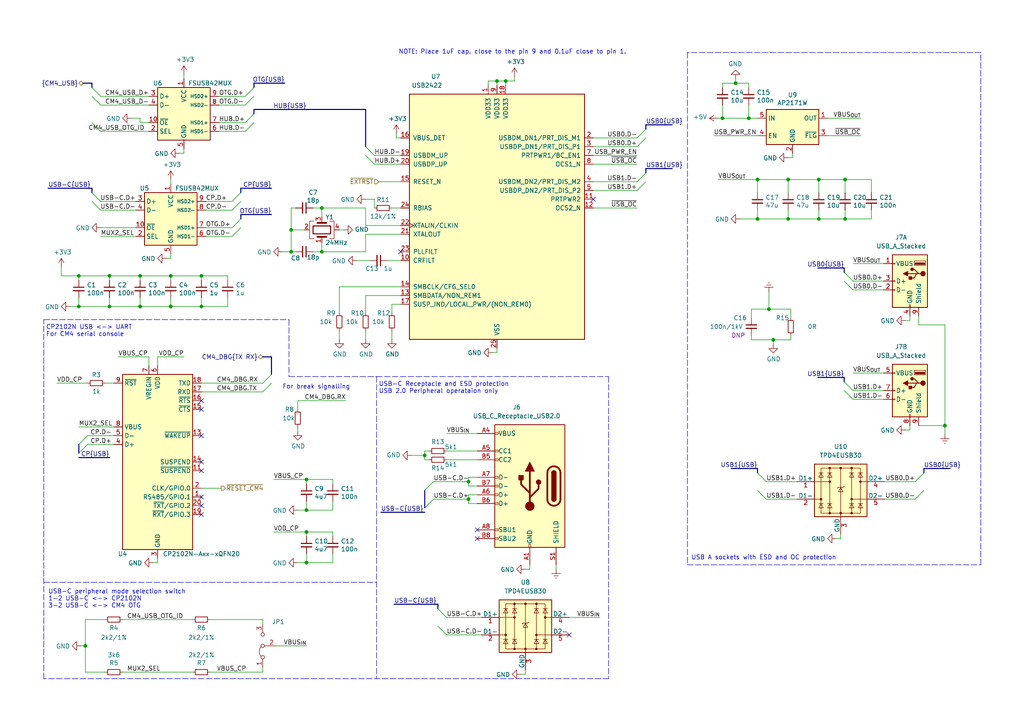
<source format=kicad_sch>
(kicad_sch (version 20210406) (generator eeschema)
  (paper "A4")
  (title_block (title "USB 2.0 host/USB 2.0 device") (date "2021-01-12") (rev "0.1") (company "Nabu Casa") (comment 1 "www.nabucasa.com") (comment 2 "Light Blue"))
  (bus_alias "I2C" (members "SDA" "SCL"))
  (bus_alias "USB" (members "D+" "D-"))
  (bus_alias "CM4_USB" (members "CM4_USB_D+" "CM4_USB_D-" "CM4_USB_OTG_ID"))
  (junction (at 22.86 80.01) (diameter 0.9144))
  (junction (at 22.86 88.9) (diameter 0.9144))
  (junction (at 24.765 187.325) (diameter 0.9144))
  (junction (at 31.75 80.01) (diameter 0.9144))
  (junction (at 31.75 88.9) (diameter 0.9144))
  (junction (at 40.64 80.01) (diameter 0.9144))
  (junction (at 40.64 88.9) (diameter 0.9144))
  (junction (at 49.53 80.01) (diameter 0.9144))
  (junction (at 49.53 88.9) (diameter 0.9144))
  (junction (at 58.42 80.01) (diameter 0.9144))
  (junction (at 58.42 88.9) (diameter 0.9144))
  (junction (at 84.455 66.675) (diameter 0.9144))
  (junction (at 84.455 73.025) (diameter 0.9144))
  (junction (at 88.9 139.065) (diameter 0.9144))
  (junction (at 88.9 147.955) (diameter 0.9144))
  (junction (at 88.9 154.305) (diameter 0.9144))
  (junction (at 88.9 163.195) (diameter 0.9144))
  (junction (at 93.345 60.325) (diameter 0.9144))
  (junction (at 93.345 73.025) (diameter 0.9144))
  (junction (at 123.19 132.08) (diameter 0.9144))
  (junction (at 135.89 139.7) (diameter 0.9144))
  (junction (at 135.89 144.78) (diameter 0.9144))
  (junction (at 144.145 23.495) (diameter 0.9144))
  (junction (at 146.685 23.495) (diameter 0.9144))
  (junction (at 209.55 34.29) (diameter 0.9144))
  (junction (at 213.36 24.13) (diameter 0.9144))
  (junction (at 217.17 34.29) (diameter 0.9144))
  (junction (at 219.71 52.07) (diameter 0.9144))
  (junction (at 219.71 63.5) (diameter 0.9144))
  (junction (at 223.012 89.662) (diameter 0.9144))
  (junction (at 224.282 98.552) (diameter 0.9144))
  (junction (at 228.6 52.07) (diameter 0.9144))
  (junction (at 228.6 63.5) (diameter 0.9144))
  (junction (at 237.49 52.07) (diameter 0.9144))
  (junction (at 237.49 63.5) (diameter 0.9144))
  (junction (at 245.11 52.07) (diameter 0.9144))
  (junction (at 245.11 63.5) (diameter 0.9144))
  (junction (at 274.066 123.444) (diameter 0.9144))
  (no_connect (at 58.42 116.205))
  (no_connect (at 58.42 118.745))
  (no_connect (at 58.42 126.365))
  (no_connect (at 58.42 133.985))
  (no_connect (at 58.42 136.525))
  (no_connect (at 58.42 144.145))
  (no_connect (at 58.42 146.685))
  (no_connect (at 58.42 149.225))
  (no_connect (at 116.205 73.025))
  (no_connect (at 138.43 153.67))
  (no_connect (at 138.43 156.21))
  (no_connect (at 165.1 184.15))
  (no_connect (at 172.085 57.785))
  (bus_entry (at 22.86 128.905) (size 2.54 -2.54) (stroke (width 0.1524)))
  (bus_entry (at 22.86 131.445) (size 2.54 -2.54) (stroke (width 0.1524)))
  (bus_entry (at 26.67 25.4) (size 2.54 2.54) (stroke (width 0.1524)))
  (bus_entry (at 26.67 27.94) (size 2.54 2.54) (stroke (width 0.1524)))
  (bus_entry (at 26.67 35.56) (size 2.54 2.54) (stroke (width 0.1524)))
  (bus_entry (at 26.67 55.88) (size 2.54 2.54) (stroke (width 0.1524)))
  (bus_entry (at 26.67 58.42) (size 2.54 2.54) (stroke (width 0.1524)))
  (bus_entry (at 69.85 55.88) (size -2.54 2.54) (stroke (width 0.1524)))
  (bus_entry (at 69.85 58.42) (size -2.54 2.54) (stroke (width 0.1524)))
  (bus_entry (at 69.85 63.5) (size -2.54 2.54) (stroke (width 0.1524)))
  (bus_entry (at 69.85 66.04) (size -2.54 2.54) (stroke (width 0.1524)))
  (bus_entry (at 73.66 25.4) (size -2.54 2.54) (stroke (width 0.1524)))
  (bus_entry (at 73.66 27.94) (size -2.54 2.54) (stroke (width 0.1524)))
  (bus_entry (at 73.66 33.02) (size -2.54 2.54) (stroke (width 0.1524)))
  (bus_entry (at 73.66 35.56) (size -2.54 2.54) (stroke (width 0.1524)))
  (bus_entry (at 76.2 111.125) (size 2.54 -2.54) (stroke (width 0.1524)))
  (bus_entry (at 76.2 113.665) (size 2.54 -2.54) (stroke (width 0.1524)))
  (bus_entry (at 106.045 42.545) (size 2.54 2.54) (stroke (width 0.1524)))
  (bus_entry (at 106.045 45.085) (size 2.54 2.54) (stroke (width 0.1524)))
  (bus_entry (at 123.19 142.24) (size 2.54 -2.54) (stroke (width 0.1524)))
  (bus_entry (at 123.19 147.32) (size 2.54 -2.54) (stroke (width 0.1524)))
  (bus_entry (at 127 176.53) (size 2.54 2.54) (stroke (width 0.1524)))
  (bus_entry (at 127 181.61) (size 2.54 2.54) (stroke (width 0.1524)))
  (bus_entry (at 184.785 40.005) (size 2.54 -2.54) (stroke (width 0.1524)))
  (bus_entry (at 184.785 42.545) (size 2.54 -2.54) (stroke (width 0.1524)))
  (bus_entry (at 184.785 52.705) (size 2.54 -2.54) (stroke (width 0.1524)))
  (bus_entry (at 184.785 55.245) (size 2.54 -2.54) (stroke (width 0.1524)))
  (bus_entry (at 222.25 139.7) (size -2.54 -2.54) (stroke (width 0.1524)))
  (bus_entry (at 222.25 144.78) (size -2.54 -2.54) (stroke (width 0.1524)))
  (bus_entry (at 247.396 81.534) (size -2.54 -2.54) (stroke (width 0.1524)))
  (bus_entry (at 247.396 84.074) (size -2.54 -2.54) (stroke (width 0.1524)))
  (bus_entry (at 247.396 113.284) (size -2.54 -2.54) (stroke (width 0.1524)))
  (bus_entry (at 247.396 115.824) (size -2.54 -2.54) (stroke (width 0.1524)))
  (bus_entry (at 265.43 139.7) (size 2.54 -2.54) (stroke (width 0.1524)))
  (bus_entry (at 265.43 144.78) (size 2.54 -2.54) (stroke (width 0.1524)))
  (wire (pts (xy 16.51 111.125) (xy 25.4 111.125)))
  (wire (pts (xy 17.78 80.01) (xy 17.78 77.47)))
  (wire (pts (xy 17.78 80.01) (xy 22.86 80.01)))
  (wire (pts (xy 20.32 88.9) (xy 22.86 88.9)))
  (wire (pts (xy 22.86 80.01) (xy 22.86 81.28)))
  (wire (pts (xy 22.86 80.01) (xy 31.75 80.01)))
  (wire (pts (xy 22.86 86.36) (xy 22.86 88.9)))
  (wire (pts (xy 22.86 88.9) (xy 31.75 88.9)))
  (wire (pts (xy 22.86 123.825) (xy 33.02 123.825)))
  (wire (pts (xy 23.495 187.325) (xy 24.765 187.325)))
  (wire (pts (xy 24.765 179.705) (xy 30.48 179.705)))
  (wire (pts (xy 24.765 187.325) (xy 24.765 179.705)))
  (wire (pts (xy 24.765 194.945) (xy 24.765 187.325)))
  (wire (pts (xy 29.21 27.94) (xy 43.18 27.94)))
  (wire (pts (xy 29.21 30.48) (xy 43.18 30.48)))
  (wire (pts (xy 29.21 38.1) (xy 43.18 38.1)))
  (wire (pts (xy 29.21 66.04) (xy 39.37 66.04)))
  (wire (pts (xy 29.21 68.58) (xy 39.37 68.58)))
  (wire (pts (xy 30.48 111.125) (xy 33.02 111.125)))
  (wire (pts (xy 30.48 194.945) (xy 24.765 194.945)))
  (wire (pts (xy 31.75 80.01) (xy 31.75 81.28)))
  (wire (pts (xy 31.75 86.36) (xy 31.75 88.9)))
  (wire (pts (xy 31.75 88.9) (xy 40.64 88.9)))
  (wire (pts (xy 33.02 126.365) (xy 25.4 126.365)))
  (wire (pts (xy 33.02 128.905) (xy 25.4 128.905)))
  (wire (pts (xy 34.29 103.505) (xy 43.18 103.505)))
  (wire (pts (xy 35.56 179.705) (xy 55.88 179.705)))
  (wire (pts (xy 35.56 194.945) (xy 55.88 194.945)))
  (wire (pts (xy 39.37 58.42) (xy 29.21 58.42)))
  (wire (pts (xy 39.37 60.96) (xy 29.21 60.96)))
  (wire (pts (xy 40.64 34.29) (xy 38.1 34.29)))
  (wire (pts (xy 40.64 35.56) (xy 40.64 34.29)))
  (wire (pts (xy 40.64 80.01) (xy 31.75 80.01)))
  (wire (pts (xy 40.64 80.01) (xy 40.64 81.28)))
  (wire (pts (xy 40.64 86.36) (xy 40.64 88.9)))
  (wire (pts (xy 40.64 88.9) (xy 49.53 88.9)))
  (wire (pts (xy 43.18 35.56) (xy 40.64 35.56)))
  (wire (pts (xy 43.18 103.505) (xy 43.18 106.045)))
  (wire (pts (xy 44.45 163.195) (xy 45.72 163.195)))
  (wire (pts (xy 45.72 103.505) (xy 53.34 103.505)))
  (wire (pts (xy 45.72 106.045) (xy 45.72 103.505)))
  (wire (pts (xy 45.72 163.195) (xy 45.72 161.925)))
  (wire (pts (xy 48.26 74.93) (xy 49.53 74.93)))
  (wire (pts (xy 49.53 52.07) (xy 49.53 53.34)))
  (wire (pts (xy 49.53 74.93) (xy 49.53 73.66)))
  (wire (pts (xy 49.53 80.01) (xy 40.64 80.01)))
  (wire (pts (xy 49.53 80.01) (xy 49.53 81.28)))
  (wire (pts (xy 49.53 80.01) (xy 58.42 80.01)))
  (wire (pts (xy 49.53 86.36) (xy 49.53 88.9)))
  (wire (pts (xy 49.53 88.9) (xy 58.42 88.9)))
  (wire (pts (xy 52.07 44.45) (xy 53.34 44.45)))
  (wire (pts (xy 53.34 21.59) (xy 53.34 22.86)))
  (wire (pts (xy 53.34 44.45) (xy 53.34 43.18)))
  (wire (pts (xy 58.42 80.01) (xy 58.42 81.28)))
  (wire (pts (xy 58.42 86.36) (xy 58.42 88.9)))
  (wire (pts (xy 58.42 88.9) (xy 66.04 88.9)))
  (wire (pts (xy 58.42 111.125) (xy 76.2 111.125)))
  (wire (pts (xy 58.42 113.665) (xy 76.2 113.665)))
  (wire (pts (xy 58.42 141.605) (xy 64.135 141.605)))
  (wire (pts (xy 59.69 58.42) (xy 67.31 58.42)))
  (wire (pts (xy 59.69 60.96) (xy 67.31 60.96)))
  (wire (pts (xy 59.69 66.04) (xy 67.31 66.04)))
  (wire (pts (xy 59.69 68.58) (xy 67.31 68.58)))
  (wire (pts (xy 60.96 194.945) (xy 76.2 194.945)))
  (wire (pts (xy 63.5 27.94) (xy 71.12 27.94)))
  (wire (pts (xy 63.5 30.48) (xy 71.12 30.48)))
  (wire (pts (xy 63.5 35.56) (xy 71.12 35.56)))
  (wire (pts (xy 63.5 38.1) (xy 71.12 38.1)))
  (wire (pts (xy 66.04 80.01) (xy 58.42 80.01)))
  (wire (pts (xy 66.04 80.01) (xy 66.04 81.28)))
  (wire (pts (xy 66.04 86.36) (xy 66.04 88.9)))
  (wire (pts (xy 76.2 179.705) (xy 60.96 179.705)))
  (wire (pts (xy 76.2 180.975) (xy 76.2 179.705)))
  (wire (pts (xy 76.2 194.945) (xy 76.2 193.675)))
  (wire (pts (xy 79.375 139.065) (xy 88.9 139.065)))
  (wire (pts (xy 79.375 154.305) (xy 88.9 154.305)))
  (wire (pts (xy 81.915 73.025) (xy 84.455 73.025)))
  (wire (pts (xy 84.455 60.325) (xy 84.455 66.675)))
  (wire (pts (xy 84.455 66.675) (xy 84.455 73.025)))
  (wire (pts (xy 84.455 66.675) (xy 88.265 66.675)))
  (wire (pts (xy 84.455 73.025) (xy 85.725 73.025)))
  (wire (pts (xy 85.725 60.325) (xy 84.455 60.325)))
  (wire (pts (xy 86.36 116.205) (xy 86.36 118.745)))
  (wire (pts (xy 86.36 116.205) (xy 100.33 116.205)))
  (wire (pts (xy 86.36 123.825) (xy 86.36 125.095)))
  (wire (pts (xy 86.36 147.955) (xy 88.9 147.955)))
  (wire (pts (xy 86.36 163.195) (xy 88.9 163.195)))
  (wire (pts (xy 88.9 139.065) (xy 88.9 140.335)))
  (wire (pts (xy 88.9 145.415) (xy 88.9 147.955)))
  (wire (pts (xy 88.9 147.955) (xy 96.52 147.955)))
  (wire (pts (xy 88.9 154.305) (xy 88.9 155.575)))
  (wire (pts (xy 88.9 160.655) (xy 88.9 163.195)))
  (wire (pts (xy 88.9 163.195) (xy 96.52 163.195)))
  (wire (pts (xy 88.9 187.325) (xy 80.01 187.325)))
  (wire (pts (xy 90.805 60.325) (xy 93.345 60.325)))
  (wire (pts (xy 90.805 73.025) (xy 93.345 73.025)))
  (wire (pts (xy 93.345 60.325) (xy 93.345 62.865)))
  (wire (pts (xy 93.345 60.325) (xy 106.045 60.325)))
  (wire (pts (xy 93.345 70.485) (xy 93.345 73.025)))
  (wire (pts (xy 93.345 73.025) (xy 106.045 73.025)))
  (wire (pts (xy 96.52 139.065) (xy 88.9 139.065)))
  (wire (pts (xy 96.52 140.335) (xy 96.52 139.065)))
  (wire (pts (xy 96.52 145.415) (xy 96.52 147.955)))
  (wire (pts (xy 96.52 154.305) (xy 88.9 154.305)))
  (wire (pts (xy 96.52 155.575) (xy 96.52 154.305)))
  (wire (pts (xy 96.52 160.655) (xy 96.52 163.195)))
  (wire (pts (xy 98.425 66.675) (xy 99.695 66.675)))
  (wire (pts (xy 98.425 83.185) (xy 98.425 90.805)))
  (wire (pts (xy 98.425 95.885) (xy 98.425 98.425)))
  (wire (pts (xy 103.505 75.565) (xy 107.315 75.565)))
  (wire (pts (xy 106.045 65.405) (xy 106.045 60.325)))
  (wire (pts (xy 106.045 67.945) (xy 106.045 73.025)))
  (wire (pts (xy 106.045 85.725) (xy 106.045 90.805)))
  (wire (pts (xy 106.045 85.725) (xy 116.205 85.725)))
  (wire (pts (xy 106.045 95.885) (xy 106.045 98.425)))
  (wire (pts (xy 108.585 45.085) (xy 116.205 45.085)))
  (wire (pts (xy 108.585 47.625) (xy 116.205 47.625)))
  (wire (pts (xy 108.585 57.785) (xy 106.045 57.785)))
  (wire (pts (xy 108.585 60.325) (xy 108.585 57.785)))
  (wire (pts (xy 109.855 52.705) (xy 116.205 52.705)))
  (wire (pts (xy 112.395 75.565) (xy 116.205 75.565)))
  (wire (pts (xy 113.665 60.325) (xy 116.205 60.325)))
  (wire (pts (xy 113.665 88.265) (xy 113.665 90.805)))
  (wire (pts (xy 113.665 95.885) (xy 113.665 98.425)))
  (wire (pts (xy 114.935 38.735) (xy 114.935 40.005)))
  (wire (pts (xy 116.205 40.005) (xy 114.935 40.005)))
  (wire (pts (xy 116.205 65.405) (xy 106.045 65.405)))
  (wire (pts (xy 116.205 67.945) (xy 106.045 67.945)))
  (wire (pts (xy 116.205 83.185) (xy 98.425 83.185)))
  (wire (pts (xy 116.205 88.265) (xy 113.665 88.265)))
  (wire (pts (xy 119.38 132.08) (xy 123.19 132.08)))
  (wire (pts (xy 123.19 130.81) (xy 123.19 132.08)))
  (wire (pts (xy 123.19 132.08) (xy 123.19 133.35)))
  (wire (pts (xy 123.19 133.35) (xy 124.46 133.35)))
  (wire (pts (xy 124.46 130.81) (xy 123.19 130.81)))
  (wire (pts (xy 125.73 139.7) (xy 135.89 139.7)))
  (wire (pts (xy 125.73 144.78) (xy 135.89 144.78)))
  (wire (pts (xy 129.54 125.73) (xy 138.43 125.73)))
  (wire (pts (xy 129.54 130.81) (xy 138.43 130.81)))
  (wire (pts (xy 129.54 133.35) (xy 138.43 133.35)))
  (wire (pts (xy 129.54 179.07) (xy 139.7 179.07)))
  (wire (pts (xy 129.54 184.15) (xy 139.7 184.15)))
  (wire (pts (xy 135.89 139.7) (xy 135.89 138.43)))
  (wire (pts (xy 135.89 140.97) (xy 135.89 139.7)))
  (wire (pts (xy 135.89 140.97) (xy 138.43 140.97)))
  (wire (pts (xy 135.89 144.78) (xy 135.89 143.51)))
  (wire (pts (xy 135.89 146.05) (xy 135.89 144.78)))
  (wire (pts (xy 135.89 146.05) (xy 138.43 146.05)))
  (wire (pts (xy 138.43 138.43) (xy 135.89 138.43)))
  (wire (pts (xy 138.43 143.51) (xy 135.89 143.51)))
  (wire (pts (xy 141.605 23.495) (xy 144.145 23.495)))
  (wire (pts (xy 141.605 24.765) (xy 141.605 23.495)))
  (wire (pts (xy 142.875 102.235) (xy 144.145 102.235)))
  (wire (pts (xy 144.145 23.495) (xy 144.145 24.765)))
  (wire (pts (xy 144.145 23.495) (xy 146.685 23.495)))
  (wire (pts (xy 144.145 102.235) (xy 144.145 100.965)))
  (wire (pts (xy 146.685 23.495) (xy 146.685 24.765)))
  (wire (pts (xy 146.685 23.495) (xy 149.225 23.495)))
  (wire (pts (xy 149.225 22.225) (xy 149.225 23.495)))
  (wire (pts (xy 151.13 195.58) (xy 152.4 195.58)))
  (wire (pts (xy 152.4 165.1) (xy 153.67 165.1)))
  (wire (pts (xy 152.4 195.58) (xy 152.4 194.31)))
  (wire (pts (xy 153.67 165.1) (xy 153.67 163.83)))
  (wire (pts (xy 161.29 163.83) (xy 161.29 165.1)))
  (wire (pts (xy 172.085 40.005) (xy 184.785 40.005)))
  (wire (pts (xy 172.085 42.545) (xy 184.785 42.545)))
  (wire (pts (xy 172.085 45.085) (xy 184.785 45.085)))
  (wire (pts (xy 172.085 47.625) (xy 184.785 47.625)))
  (wire (pts (xy 172.085 52.705) (xy 184.785 52.705)))
  (wire (pts (xy 172.085 55.245) (xy 184.785 55.245)))
  (wire (pts (xy 172.085 60.325) (xy 184.785 60.325)))
  (wire (pts (xy 173.99 179.07) (xy 165.1 179.07)))
  (wire (pts (xy 208.28 34.29) (xy 209.55 34.29)))
  (wire (pts (xy 208.28 52.07) (xy 219.71 52.07)))
  (wire (pts (xy 209.55 24.13) (xy 209.55 25.4)))
  (wire (pts (xy 209.55 30.48) (xy 209.55 34.29)))
  (wire (pts (xy 209.55 34.29) (xy 217.17 34.29)))
  (wire (pts (xy 213.36 22.86) (xy 213.36 24.13)))
  (wire (pts (xy 213.36 24.13) (xy 209.55 24.13)))
  (wire (pts (xy 214.63 63.5) (xy 219.71 63.5)))
  (wire (pts (xy 217.17 24.13) (xy 213.36 24.13)))
  (wire (pts (xy 217.17 25.4) (xy 217.17 24.13)))
  (wire (pts (xy 217.17 30.48) (xy 217.17 34.29)))
  (wire (pts (xy 217.17 34.29) (xy 219.71 34.29)))
  (wire (pts (xy 217.932 89.662) (xy 217.932 92.202)))
  (wire (pts (xy 217.932 97.282) (xy 217.932 98.552)))
  (wire (pts (xy 217.932 98.552) (xy 224.282 98.552)))
  (wire (pts (xy 219.71 39.37) (xy 207.01 39.37)))
  (wire (pts (xy 219.71 52.07) (xy 219.71 55.88)))
  (wire (pts (xy 219.71 52.07) (xy 228.6 52.07)))
  (wire (pts (xy 219.71 60.96) (xy 219.71 63.5)))
  (wire (pts (xy 219.71 63.5) (xy 228.6 63.5)))
  (wire (pts (xy 222.25 139.7) (xy 231.14 139.7)))
  (wire (pts (xy 222.25 144.78) (xy 231.14 144.78)))
  (wire (pts (xy 223.012 84.582) (xy 223.012 89.662)))
  (wire (pts (xy 223.012 89.662) (xy 217.932 89.662)))
  (wire (pts (xy 224.282 98.552) (xy 224.282 99.822)))
  (wire (pts (xy 224.282 98.552) (xy 229.362 98.552)))
  (wire (pts (xy 228.6 45.72) (xy 229.87 45.72)))
  (wire (pts (xy 228.6 52.07) (xy 228.6 55.88)))
  (wire (pts (xy 228.6 52.07) (xy 237.49 52.07)))
  (wire (pts (xy 228.6 60.96) (xy 228.6 63.5)))
  (wire (pts (xy 228.6 63.5) (xy 237.49 63.5)))
  (wire (pts (xy 229.362 89.662) (xy 223.012 89.662)))
  (wire (pts (xy 229.362 92.202) (xy 229.362 89.662)))
  (wire (pts (xy 229.362 98.552) (xy 229.362 97.282)))
  (wire (pts (xy 229.87 45.72) (xy 229.87 44.45)))
  (wire (pts (xy 237.49 52.07) (xy 237.49 55.88)))
  (wire (pts (xy 237.49 52.07) (xy 245.11 52.07)))
  (wire (pts (xy 237.49 60.96) (xy 237.49 63.5)))
  (wire (pts (xy 237.49 63.5) (xy 245.11 63.5)))
  (wire (pts (xy 240.03 34.29) (xy 249.682 34.29)))
  (wire (pts (xy 240.03 39.37) (xy 249.682 39.37)))
  (wire (pts (xy 242.57 156.21) (xy 243.84 156.21)))
  (wire (pts (xy 243.84 156.21) (xy 243.84 154.94)))
  (wire (pts (xy 245.11 52.07) (xy 245.11 55.88)))
  (wire (pts (xy 245.11 60.96) (xy 245.11 63.5)))
  (wire (pts (xy 245.11 63.5) (xy 252.73 63.5)))
  (wire (pts (xy 247.396 76.454) (xy 256.286 76.454)))
  (wire (pts (xy 247.396 81.534) (xy 256.286 81.534)))
  (wire (pts (xy 247.396 84.074) (xy 256.286 84.074)))
  (wire (pts (xy 247.396 108.204) (xy 256.286 108.204)))
  (wire (pts (xy 247.396 113.284) (xy 256.286 113.284)))
  (wire (pts (xy 247.396 115.824) (xy 256.286 115.824)))
  (wire (pts (xy 252.73 52.07) (xy 245.11 52.07)))
  (wire (pts (xy 252.73 55.88) (xy 252.73 52.07)))
  (wire (pts (xy 252.73 63.5) (xy 252.73 60.96)))
  (wire (pts (xy 262.636 92.964) (xy 263.906 92.964)))
  (wire (pts (xy 262.636 124.714) (xy 263.906 124.714)))
  (wire (pts (xy 263.906 92.964) (xy 263.906 91.694)))
  (wire (pts (xy 263.906 124.714) (xy 263.906 123.444)))
  (wire (pts (xy 265.43 139.7) (xy 256.54 139.7)))
  (wire (pts (xy 265.43 144.78) (xy 256.54 144.78)))
  (wire (pts (xy 266.446 91.694) (xy 266.446 94.234)))
  (wire (pts (xy 266.446 94.234) (xy 274.066 94.234)))
  (wire (pts (xy 266.446 123.444) (xy 274.066 123.444)))
  (wire (pts (xy 274.066 94.234) (xy 274.066 123.444)))
  (wire (pts (xy 274.066 123.444) (xy 274.066 125.984)))
  (bus (pts (xy 22.86 128.905) (xy 22.86 132.715)))
  (bus (pts (xy 22.86 132.715) (xy 31.75 132.715)))
  (bus (pts (xy 24.13 24.13) (xy 26.67 24.13)))
  (bus (pts (xy 26.67 24.13) (xy 26.67 35.56)))
  (bus (pts (xy 26.67 54.61) (xy 13.97 54.61)))
  (bus (pts (xy 26.67 54.61) (xy 26.67 58.42)))
  (bus (pts (xy 69.85 54.61) (xy 69.85 58.42)))
  (bus (pts (xy 69.85 54.61) (xy 78.74 54.61)))
  (bus (pts (xy 69.85 62.23) (xy 69.85 66.04)))
  (bus (pts (xy 69.85 62.23) (xy 78.74 62.23)))
  (bus (pts (xy 73.66 24.13) (xy 73.66 27.94)))
  (bus (pts (xy 73.66 24.13) (xy 82.55 24.13)))
  (bus (pts (xy 73.66 31.75) (xy 73.66 35.56)))
  (bus (pts (xy 73.66 31.75) (xy 106.045 31.75)))
  (bus (pts (xy 78.74 103.505) (xy 76.2 103.505)))
  (bus (pts (xy 78.74 103.505) (xy 78.74 111.125)))
  (bus (pts (xy 106.045 31.75) (xy 106.045 45.085)))
  (bus (pts (xy 123.19 142.24) (xy 123.19 148.59)))
  (bus (pts (xy 123.19 148.59) (xy 110.49 148.59)))
  (bus (pts (xy 127 175.26) (xy 114.3 175.26)))
  (bus (pts (xy 127 175.26) (xy 127 181.61)))
  (bus (pts (xy 187.325 36.195) (xy 187.325 40.005)))
  (bus (pts (xy 187.325 36.195) (xy 194.945 36.195)))
  (bus (pts (xy 187.325 48.895) (xy 187.325 52.705)))
  (bus (pts (xy 187.325 48.895) (xy 194.945 48.895)))
  (bus (pts (xy 219.71 135.89) (xy 212.09 135.89)))
  (bus (pts (xy 219.71 135.89) (xy 219.71 142.24)))
  (bus (pts (xy 244.856 77.724) (xy 237.236 77.724)))
  (bus (pts (xy 244.856 77.724) (xy 244.856 81.534)))
  (bus (pts (xy 244.856 109.474) (xy 237.236 109.474)))
  (bus (pts (xy 244.856 109.474) (xy 244.856 113.284)))
  (bus (pts (xy 267.97 135.89) (xy 267.97 142.24)))
  (bus (pts (xy 267.97 135.89) (xy 275.59 135.89)))
  (polyline (pts (xy 12.7 92.71) (xy 83.82 92.71)) (stroke (width 0) (type dash)))
  (polyline (pts (xy 12.7 168.91) (xy 109.22 168.91)) (stroke (width 0) (type dash)))
  (polyline (pts (xy 12.7 196.85) (xy 12.7 92.71)) (stroke (width 0) (type dash)))
  (polyline (pts (xy 83.82 92.71) (xy 83.82 109.22)) (stroke (width 0) (type dash)))
  (polyline (pts (xy 83.82 109.22) (xy 109.22 109.22)) (stroke (width 0) (type dash)))
  (polyline (pts (xy 88.9 196.85) (xy 12.7 196.85)) (stroke (width 0) (type dash)))
  (polyline (pts (xy 109.22 109.22) (xy 109.22 196.85)) (stroke (width 0) (type dash)))
  (polyline (pts (xy 109.22 109.22) (xy 176.53 109.22)) (stroke (width 0) (type dash)))
  (polyline (pts (xy 176.53 109.22) (xy 176.53 196.85)) (stroke (width 0) (type dash)))
  (polyline (pts (xy 176.53 196.85) (xy 88.9 196.85)) (stroke (width 0) (type dash)))
  (polyline (pts (xy 199.39 15.24) (xy 199.39 163.83)) (stroke (width 0) (type dash)))
  (polyline (pts (xy 199.39 163.83) (xy 284.48 163.83)) (stroke (width 0) (type dash)))
  (polyline (pts (xy 284.48 15.24) (xy 199.39 15.24)) (stroke (width 0) (type dash)))
  (polyline (pts (xy 284.48 163.83) (xy 284.48 15.24)) (stroke (width 0) (type dash)))
  (text "CP2102N USB <-> UART\nFor CM4 serial console" (at 13.335 97.79 0) (effects (font (size 1.27 1.27)) (justify left bottom)))
  (text "USB-C peripheral mode selection switch\n1-2 USB-C <-> CP2102N\n3-2 USB-C <-> CM4 OTG" (at 13.97 176.53 0) (effects (font (size 1.27 1.27)) (justify left bottom)))
  (text "For break signalling" (at 81.915 113.03 0) (effects (font (size 1.27 1.27)) (justify left bottom)))
  (text "USB-C Receptacle and ESD protection\nUSB 2.0 Peripheral operataion only" (at 109.855 114.3 0) (effects (font (size 1.27 1.27)) (justify left bottom)))
  (text "NOTE: Place 1uF cap. close to the pin 9 and 0.1uF close to pin 1." (at 115.57 15.875 0) (effects (font (size 1.27 1.27)) (justify left bottom)))
  (text "USB A sockets with ESD and OC protection" (at 242.57 162.56 180) (effects (font (size 1.27 1.27)) (justify right bottom)))
  (label "USB-C{USB}" (at 13.97 54.61 0))
  (label "VDD_CP" (at 16.51 111.125 0))
  (label "MUX2_SEL" (at 22.86 123.825 0))
  (label "MUX2_SEL" (at 29.21 68.58 0))
  (label "CM4_USB_D+" (at 30.48 27.94 0))
  (label "CM4_USB_D-" (at 30.48 30.48 0))
  (label "CP{USB}" (at 31.75 132.715 180))
  (label "CP.D-" (at 32.385 126.365 180))
  (label "CP.D+" (at 32.385 128.905 180))
  (label "VBUS_CP" (at 34.29 103.505 0))
  (label "CM4_USB_OTG_ID" (at 36.83 179.705 0))
  (label "MUX2_SEL" (at 36.83 194.945 0))
  (label "USB-C.D+" (at 39.37 58.42 180))
  (label "USB-C.D-" (at 39.37 60.96 180))
  (label "CM4_USB_OTG_ID" (at 41.91 38.1 180))
  (label "VDD_CP" (at 53.34 103.505 180))
  (label "CP.D+" (at 59.69 58.42 0))
  (label "CP.D-" (at 59.69 60.96 0))
  (label "OTG.D+" (at 59.69 66.04 0))
  (label "OTG.D-" (at 59.69 68.58 0))
  (label "CM4_DBG.RX" (at 62.865 111.125 0))
  (label "CM4_DBG.TX" (at 62.865 113.665 0))
  (label "VBUS_CP" (at 62.865 194.945 0))
  (label "OTG.D+" (at 63.5 27.94 0))
  (label "OTG.D-" (at 63.5 30.48 0))
  (label "HUB.D+" (at 63.5 35.56 0))
  (label "HUB.D-" (at 63.5 38.1 0))
  (label "CP{USB}" (at 78.74 54.61 180))
  (label "OTG{USB}" (at 78.74 62.23 180))
  (label "VBUS_CP" (at 79.375 139.065 0))
  (label "VDD_CP" (at 79.375 154.305 0))
  (label "OTG{USB}" (at 82.55 24.13 180))
  (label "HUB{USB}" (at 88.9 31.75 180))
  (label "VBUS_{IN}" (at 88.9 187.325 180))
  (label "CM4_DBG.RX" (at 100.33 116.205 180))
  (label "HUB.D-" (at 108.585 45.085 0))
  (label "HUB.D+" (at 108.585 47.625 0))
  (label "USB-C{USB}" (at 110.49 148.59 0))
  (label "USB-C{USB}" (at 114.3 175.26 0))
  (label "USB-C.D-" (at 125.73 139.7 0))
  (label "USB-C.D+" (at 125.73 144.78 0))
  (label "VBUS_{IN}" (at 129.54 125.73 0))
  (label "USB-C.D+" (at 129.54 179.07 0))
  (label "USB-C.D-" (at 129.54 184.15 0))
  (label "VBUS_{IN}" (at 173.99 179.07 180))
  (label "USB0.D-" (at 184.785 40.005 180))
  (label "USB0.D+" (at 184.785 42.545 180))
  (label "USB_PWR_EN" (at 184.785 45.085 180))
  (label "~USB_OC" (at 184.785 47.625 180))
  (label "USB1.D-" (at 184.785 52.705 180))
  (label "USB1.D+" (at 184.785 55.245 180))
  (label "~USB_OC" (at 184.785 60.325 180))
  (label "USB0{USB}" (at 187.325 36.195 0))
  (label "USB1{USB}" (at 187.325 48.895 0))
  (label "USB_PWR_EN" (at 207.01 39.37 0))
  (label "VBUS_{OUT}" (at 208.28 52.07 0))
  (label "USB1{USB}" (at 219.71 135.89 180))
  (label "USB1.D+" (at 222.25 139.7 0))
  (label "USB1.D-" (at 222.25 144.78 0))
  (label "USB0{USB}" (at 244.856 77.724 180))
  (label "USB1{USB}" (at 244.856 109.474 180))
  (label "VBUS_{OUT}" (at 247.396 76.454 0))
  (label "USB0.D+" (at 247.396 81.534 0))
  (label "USB0.D-" (at 247.396 84.074 0))
  (label "VBUS_{OUT}" (at 247.396 108.204 0))
  (label "USB1.D+" (at 247.396 113.284 0))
  (label "USB1.D-" (at 247.396 115.824 0))
  (label "VBUS_{OUT}" (at 249.682 34.29 180))
  (label "~USB_OC" (at 249.682 39.37 180))
  (label "USB0.D+" (at 265.43 139.7 180))
  (label "USB0.D-" (at 265.43 144.78 180))
  (label "USB0{USB}" (at 267.97 135.89 0))
  (hierarchical_label "{CM4_USB}" (shape bidirectional) (at 24.13 24.13 180))
  (hierarchical_label "~RESET_CM4" (shape output) (at 64.135 141.605 0))
  (hierarchical_label "CM4_DBG{TX RX}" (shape bidirectional) (at 76.2 103.505 180))
  (hierarchical_label "~EXTRST" (shape input) (at 109.855 52.705 180))
  (symbol (lib_id "power:+3V3") (at 17.78 77.47 0) (unit 1)
    (property "Reference" "#PWR018" (effects hide))
    (property "Value" "+3V3" (at 18.1483 73.1456 0))
  )
  (symbol (lib_id "power:+3V3") (at 49.53 52.07 0) (unit 1)
    (property "Reference" "#PWR025" (effects hide))
    (property "Value" "+3V3" (at 49.8983 47.7456 0))
  )
  (symbol (lib_id "power:+3V3") (at 53.34 21.59 0) (unit 1)
    (property "Reference" "#PWR027" (effects hide))
    (property "Value" "+3V3" (at 53.7083 17.2656 0))
  )
  (symbol (lib_id "power:+3V3") (at 114.935 38.735 0) (unit 1)
    (property "Reference" "#PWR038" (effects hide))
    (property "Value" "+3V3" (at 115.3033 34.4106 0))
  )
  (symbol (lib_id "power:+3V3") (at 149.225 22.225 0) (unit 1)
    (property "Reference" "#PWR041" (effects hide))
    (property "Value" "+3V3" (at 149.5933 17.9006 0))
  )
  (symbol (lib_id "power:+5V") (at 208.28 34.29 90) (unit 1)
    (property "Reference" "#PWR045" (effects hide))
    (property "Value" "+5V" (at 205.105 33.9217 90) (effects (justify left)))
  )
  (symbol (lib_id "power:GND") (at 20.32 88.9 270) (unit 1)
    (property "Reference" "#PWR019" (effects hide))
    (property "Value" "GND" (at 17.145 89.0143 90) (effects (justify right)))
  )
  (symbol (lib_id "power:GND") (at 23.495 187.325 270) (unit 1)
    (property "Reference" "#PWR020" (effects hide))
    (property "Value" "GND" (at 20.32 187.4393 90) (effects (justify right)))
  )
  (symbol (lib_id "power:GND") (at 29.21 66.04 270) (unit 1)
    (property "Reference" "#PWR021" (effects hide))
    (property "Value" "GND" (at 26.035 66.1543 90) (effects (justify right)))
  )
  (symbol (lib_id "power:GND") (at 38.1 34.29 270) (unit 1)
    (property "Reference" "#PWR022" (effects hide))
    (property "Value" "GND" (at 34.925 34.4043 90) (effects (justify right)))
  )
  (symbol (lib_id "power:GND") (at 44.45 163.195 270) (unit 1)
    (property "Reference" "#PWR023" (effects hide))
    (property "Value" "GND" (at 41.275 163.3093 90) (effects (justify right)))
  )
  (symbol (lib_id "power:GND") (at 48.26 74.93 270) (unit 1)
    (property "Reference" "#PWR024" (effects hide))
    (property "Value" "GND" (at 45.085 75.0443 90) (effects (justify right)))
  )
  (symbol (lib_id "power:GND") (at 52.07 44.45 270) (unit 1)
    (property "Reference" "#PWR026" (effects hide))
    (property "Value" "GND" (at 48.895 44.5643 90) (effects (justify right)))
  )
  (symbol (lib_id "power:GND") (at 81.915 73.025 270) (unit 1)
    (property "Reference" "#PWR028" (effects hide))
    (property "Value" "GND" (at 78.74 73.1393 90) (effects (justify right)))
  )
  (symbol (lib_id "power:GND") (at 86.36 125.095 0) (unit 1)
    (property "Reference" "#PWR029" (effects hide))
    (property "Value" "GND" (at 86.4743 129.4194 0))
  )
  (symbol (lib_id "power:GND") (at 86.36 147.955 270) (unit 1)
    (property "Reference" "#PWR030" (effects hide))
    (property "Value" "GND" (at 83.185 148.0693 90) (effects (justify right)))
  )
  (symbol (lib_id "power:GND") (at 86.36 163.195 270) (unit 1)
    (property "Reference" "#PWR031" (effects hide))
    (property "Value" "GND" (at 83.185 163.3093 90) (effects (justify right)))
  )
  (symbol (lib_id "power:GND") (at 98.425 98.425 0) (unit 1)
    (property "Reference" "#PWR032" (effects hide))
    (property "Value" "GND" (at 98.5393 102.7494 0))
  )
  (symbol (lib_id "power:GND") (at 99.695 66.675 90) (unit 1)
    (property "Reference" "#PWR033" (effects hide))
    (property "Value" "GND" (at 102.8701 66.5607 90) (effects (justify right)))
  )
  (symbol (lib_id "power:GND") (at 103.505 75.565 270) (unit 1)
    (property "Reference" "#PWR034" (effects hide))
    (property "Value" "GND" (at 100.33 75.6793 90) (effects (justify right)))
  )
  (symbol (lib_id "power:GND") (at 106.045 57.785 270) (unit 1)
    (property "Reference" "#PWR035" (effects hide))
    (property "Value" "GND" (at 102.87 57.8993 90) (effects (justify right)))
  )
  (symbol (lib_id "power:GND") (at 106.045 98.425 0) (unit 1)
    (property "Reference" "#PWR036" (effects hide))
    (property "Value" "GND" (at 106.1593 102.7494 0))
  )
  (symbol (lib_id "power:GND") (at 113.665 98.425 0) (unit 1)
    (property "Reference" "#PWR037" (effects hide))
    (property "Value" "GND" (at 113.7793 102.7494 0))
  )
  (symbol (lib_id "power:GND") (at 119.38 132.08 270) (mirror x) (unit 1)
    (property "Reference" "#PWR039" (effects hide))
    (property "Value" "GND" (at 116.205 131.9657 90) (effects (justify right)))
  )
  (symbol (lib_id "power:GND") (at 142.875 102.235 270) (unit 1)
    (property "Reference" "#PWR040" (effects hide))
    (property "Value" "GND" (at 139.7 102.3493 90) (effects (justify right)))
  )
  (symbol (lib_id "power:GND") (at 151.13 195.58 270) (unit 1)
    (property "Reference" "#PWR042" (effects hide))
    (property "Value" "GND" (at 147.955 195.6943 90) (effects (justify right)))
  )
  (symbol (lib_id "power:GND") (at 152.4 165.1 270) (unit 1)
    (property "Reference" "#PWR043" (effects hide))
    (property "Value" "GND" (at 149.225 165.2143 90) (effects (justify right)))
  )
  (symbol (lib_id "power:Earth") (at 161.29 165.1 0) (unit 1)
    (property "Reference" "#PWR044" (effects hide))
    (property "Value" "Earth" (effects hide))
  )
  (symbol (lib_id "power:GND") (at 213.36 22.86 180) (unit 1)
    (property "Reference" "#PWR046" (effects hide))
    (property "Value" "GND" (at 213.2457 18.5356 0))
  )
  (symbol (lib_id "power:GND") (at 214.63 63.5 270) (unit 1)
    (property "Reference" "#PWR047" (effects hide))
    (property "Value" "GND" (at 211.455 63.6143 90) (effects (justify right)))
  )
  (symbol (lib_id "power:Earth") (at 223.012 84.582 180) (unit 1)
    (property "Reference" "#PWR048" (effects hide))
    (property "Value" "Earth" (effects hide))
  )
  (symbol (lib_id "power:GND") (at 224.282 99.822 0) (unit 1)
    (property "Reference" "#PWR049" (effects hide))
    (property "Value" "GND" (at 224.3963 104.1464 0))
  )
  (symbol (lib_id "power:GND") (at 228.6 45.72 270) (unit 1)
    (property "Reference" "#PWR050" (effects hide))
    (property "Value" "GND" (at 225.425 45.8343 90) (effects (justify right)))
  )
  (symbol (lib_id "power:GND") (at 242.57 156.21 270) (unit 1)
    (property "Reference" "#PWR051" (effects hide))
    (property "Value" "GND" (at 239.395 156.3243 90) (effects (justify right)))
  )
  (symbol (lib_id "power:GND") (at 262.636 92.964 270) (unit 1)
    (property "Reference" "#PWR052" (effects hide))
    (property "Value" "GND" (at 259.461 93.0783 90) (effects (justify right)))
  )
  (symbol (lib_id "power:GND") (at 262.636 124.714 270) (unit 1)
    (property "Reference" "#PWR053" (effects hide))
    (property "Value" "GND" (at 259.461 124.8283 90) (effects (justify right)))
  )
  (symbol (lib_id "power:Earth") (at 274.066 125.984 0) (unit 1)
    (property "Reference" "#PWR054" (effects hide))
    (property "Value" "Earth" (effects hide))
  )
  (symbol (lib_id "Device:R_Small") (at 27.94 111.125 90) (unit 1)
    (property "Reference" "R3" (at 27.94 108.7182 90))
    (property "Value" "1k" (at 27.94 113.557 90))
    (property "Footprint" "Resistor_SMD:R_0402_1005Metric" (effects hide))
  )
  (symbol (lib_id "Device:R_Small") (at 33.02 179.705 270) (unit 1)
    (property "Reference" "R4" (at 33.02 182.1118 90))
    (property "Value" "2k2/1%" (at 33.02 184.893 90))
    (property "Footprint" "Resistor_SMD:R_0402_1005Metric" (effects hide))
  )
  (symbol (lib_id "Device:R_Small") (at 33.02 194.945 270) (unit 1)
    (property "Reference" "R5" (at 33.02 192.2718 90))
    (property "Value" "3k6" (at 33.02 189.973 90))
    (property "Footprint" "Resistor_SMD:R_0402_1005Metric" (effects hide))
  )
  (symbol (lib_id "Device:R_Small") (at 58.42 179.705 270) (unit 1)
    (property "Reference" "R6" (at 58.42 182.1118 90))
    (property "Value" "2k2/1%" (at 58.42 184.893 90))
    (property "Footprint" "Resistor_SMD:R_0402_1005Metric" (effects hide))
  )
  (symbol (lib_id "Device:R_Small") (at 58.42 194.945 270) (unit 1)
    (property "Reference" "R7" (at 58.42 192.2718 90))
    (property "Value" "2k2/1%" (at 58.42 189.973 90))
    (property "Footprint" "Resistor_SMD:R_0402_1005Metric" (effects hide))
  )
  (symbol (lib_id "Device:R_Small") (at 86.36 121.285 180) (unit 1)
    (property "Reference" "R8" (at 83.9532 118.745 0))
    (property "Value" "10k" (at 83.712 121.285 0))
    (property "Footprint" "Resistor_SMD:R_0402_1005Metric" (effects hide))
  )
  (symbol (lib_id "Device:R_Small") (at 98.425 93.345 180) (unit 1)
    (property "Reference" "R9" (at 96.0182 90.805 0))
    (property "Value" "10k" (at 94.507 93.345 0))
    (property "Footprint" "Resistor_SMD:R_0402_1005Metric" (effects hide))
  )
  (symbol (lib_id "Device:R_Small") (at 106.045 93.345 180) (unit 1)
    (property "Reference" "R10" (at 103.6382 90.805 0))
    (property "Value" "10k" (at 102.127 93.345 0))
    (property "Footprint" "Resistor_SMD:R_0402_1005Metric" (effects hide))
  )
  (symbol (lib_id "Device:R_Small") (at 111.125 60.325 90) (unit 1)
    (property "Reference" "R11" (at 111.125 57.9182 90))
    (property "Value" "12k/1%" (at 111.125 62.757 90))
    (property "Footprint" "Resistor_SMD:R_0402_1005Metric" (effects hide))
  )
  (symbol (lib_id "Device:R_Small") (at 113.665 93.345 180) (unit 1)
    (property "Reference" "R12" (at 111.2582 90.805 0))
    (property "Value" "10k" (at 109.747 93.345 0))
    (property "Footprint" "Resistor_SMD:R_0402_1005Metric" (effects hide))
  )
  (symbol (lib_id "Device:R_Small") (at 127 130.81 90) (mirror x) (unit 1)
    (property "Reference" "R13" (at 127 128.1368 90))
    (property "Value" "5k1" (at 130.81 129.648 90))
    (property "Footprint" "Resistor_SMD:R_0402_1005Metric" (effects hide))
  )
  (symbol (lib_id "Device:R_Small") (at 127 133.35 90) (mirror x) (unit 1)
    (property "Reference" "R14" (at 127 135.7568 90))
    (property "Value" "5k1" (at 130.81 134.728 90))
    (property "Footprint" "Resistor_SMD:R_0402_1005Metric" (effects hide))
  )
  (symbol (lib_id "Device:R_Small") (at 229.362 94.742 180) (unit 1)
    (property "Reference" "R15" (at 226.9552 92.202 0))
    (property "Value" "0R" (at 235.604 94.742 0))
    (property "Footprint" "Resistor_SMD:R_1206_3216Metric" (effects hide))
  )
  (symbol (lib_id "Device:C_Small") (at 22.86 83.82 0) (unit 1)
    (property "Reference" "C1" (at 25.1842 82.6706 0) (effects (justify left)))
    (property "Value" "100n" (at 25.184 84.969 0) (effects (justify left)))
    (property "Footprint" "Capacitor_SMD:C_0402_1005Metric" (effects hide))
  )
  (symbol (lib_id "Device:C_Small") (at 31.75 83.82 0) (unit 1)
    (property "Reference" "C2" (at 34.0742 82.6706 0) (effects (justify left)))
    (property "Value" "100n" (at 34.074 84.969 0) (effects (justify left)))
    (property "Footprint" "Capacitor_SMD:C_0402_1005Metric" (effects hide))
  )
  (symbol (lib_id "Device:C_Small") (at 40.64 83.82 0) (unit 1)
    (property "Reference" "C3" (at 42.9642 82.6706 0) (effects (justify left)))
    (property "Value" "100n" (at 42.964 84.969 0) (effects (justify left)))
    (property "Footprint" "Capacitor_SMD:C_0402_1005Metric" (effects hide))
  )
  (symbol (lib_id "Device:C_Small") (at 49.53 83.82 0) (unit 1)
    (property "Reference" "C4" (at 51.8542 82.6706 0) (effects (justify left)))
    (property "Value" "100n" (at 51.854 84.969 0) (effects (justify left)))
    (property "Footprint" "Capacitor_SMD:C_0402_1005Metric" (effects hide))
  )
  (symbol (lib_id "Device:C_Small") (at 58.42 83.82 0) (unit 1)
    (property "Reference" "C5" (at 60.7442 82.6706 0) (effects (justify left)))
    (property "Value" "1u" (at 60.744 84.969 0) (effects (justify left)))
    (property "Footprint" "Capacitor_SMD:C_0402_1005Metric" (effects hide))
  )
  (symbol (lib_id "Device:C_Small") (at 66.04 83.82 0) (unit 1)
    (property "Reference" "C6" (at 68.3642 82.6706 0) (effects (justify left)))
    (property "Value" "1u" (at 68.364 84.969 0) (effects (justify left)))
    (property "Footprint" "Capacitor_SMD:C_0402_1005Metric" (effects hide))
  )
  (symbol (lib_id "Device:C_Small") (at 88.265 60.325 270) (unit 1)
    (property "Reference" "C7" (at 90.805 55.8227 90))
    (property "Value" "18p" (at 90.805 58.121 90))
    (property "Footprint" "Capacitor_SMD:C_0402_1005Metric" (effects hide))
  )
  (symbol (lib_id "Device:C_Small") (at 88.265 73.025 270) (unit 1)
    (property "Reference" "C8" (at 85.725 74.8727 90))
    (property "Value" "18p" (at 90.805 74.631 90))
    (property "Footprint" "Capacitor_SMD:C_0402_1005Metric" (effects hide))
  )
  (symbol (lib_id "Device:C_Small") (at 88.9 142.875 0) (unit 1)
    (property "Reference" "C9" (at 91.2242 141.7256 0) (effects (justify left)))
    (property "Value" "4u7" (at 91.224 144.024 0) (effects (justify left)))
    (property "Footprint" "Capacitor_SMD:C_0402_1005Metric" (effects hide))
  )
  (symbol (lib_id "Device:C_Small") (at 88.9 158.115 0) (unit 1)
    (property "Reference" "C10" (at 91.2242 156.9656 0) (effects (justify left)))
    (property "Value" "4u7" (at 91.224 159.264 0) (effects (justify left)))
    (property "Footprint" "Capacitor_SMD:C_0402_1005Metric" (effects hide))
  )
  (symbol (lib_id "Device:C_Small") (at 96.52 142.875 0) (unit 1)
    (property "Reference" "C11" (at 98.8442 141.7256 0) (effects (justify left)))
    (property "Value" "100n" (at 98.844 144.024 0) (effects (justify left)))
    (property "Footprint" "Capacitor_SMD:C_0402_1005Metric" (effects hide))
  )
  (symbol (lib_id "Device:C_Small") (at 96.52 158.115 0) (unit 1)
    (property "Reference" "C12" (at 98.8442 156.9656 0) (effects (justify left)))
    (property "Value" "100n" (at 98.844 159.264 0) (effects (justify left)))
    (property "Footprint" "Capacitor_SMD:C_0402_1005Metric" (effects hide))
  )
  (symbol (lib_id "Device:C_Small") (at 109.855 75.565 270) (unit 1)
    (property "Reference" "C13" (at 105.9244 77.8892 90) (effects (justify left)))
    (property "Value" "1u" (at 111.246 77.889 90) (effects (justify left)))
    (property "Footprint" "Capacitor_SMD:C_0402_1005Metric" (effects hide))
  )
  (symbol (lib_id "Device:C_Small") (at 209.55 27.94 0) (unit 1)
    (property "Reference" "C14" (at 211.8742 26.7906 0) (effects (justify left)))
    (property "Value" "10u" (at 211.874 29.089 0) (effects (justify left)))
    (property "Footprint" "Capacitor_SMD:C_0805_2012Metric" (effects hide))
  )
  (symbol (lib_id "Device:C_Small") (at 217.17 27.94 0) (unit 1)
    (property "Reference" "C15" (at 219.4942 26.7906 0) (effects (justify left)))
    (property "Value" "100n" (at 219.494 29.089 0) (effects (justify left)))
    (property "Footprint" "Capacitor_SMD:C_0402_1005Metric" (effects hide))
  )
  (symbol (lib_id "Device:C_Small") (at 217.932 94.742 0) (unit 1)
    (property "Reference" "C16" (at 214.6997 92.202 0))
    (property "Value" "100n/1kV" (at 210.648 94.742 0))
    (property "Footprint" "Capacitor_SMD:C_1206_3216Metric" (effects hide))
    (property "Config" "DNP" (at 214.122 97.282 0))
  )
  (symbol (lib_id "Device:C_Small") (at 219.71 58.42 0) (unit 1)
    (property "Reference" "C17" (at 222.0342 57.2706 0) (effects (justify left)))
    (property "Value" "47u" (at 222.034 59.569 0) (effects (justify left)))
    (property "Footprint" "Capacitor_SMD:C_0805_2012Metric" (effects hide))
  )
  (symbol (lib_id "Device:C_Small") (at 228.6 58.42 0) (unit 1)
    (property "Reference" "C18" (at 230.9242 57.2706 0) (effects (justify left)))
    (property "Value" "47u" (at 230.924 59.569 0) (effects (justify left)))
    (property "Footprint" "Capacitor_SMD:C_0805_2012Metric" (effects hide))
  )
  (symbol (lib_id "Device:C_Small") (at 237.49 58.42 0) (unit 1)
    (property "Reference" "C19" (at 239.8142 57.2706 0) (effects (justify left)))
    (property "Value" "10u" (at 239.814 59.569 0) (effects (justify left)))
    (property "Footprint" "Capacitor_SMD:C_0805_2012Metric" (effects hide))
  )
  (symbol (lib_id "Device:C_Small") (at 245.11 58.42 0) (unit 1)
    (property "Reference" "C20" (at 247.4342 57.2706 0) (effects (justify left)))
    (property "Value" "10u" (at 247.434 59.569 0) (effects (justify left)))
    (property "Footprint" "Capacitor_SMD:C_0805_2012Metric" (effects hide))
  )
  (symbol (lib_id "Device:C_Small") (at 252.73 58.42 0) (unit 1)
    (property "Reference" "C21" (at 255.0542 57.2706 0) (effects (justify left)))
    (property "Value" "100n" (at 255.054 59.569 0) (effects (justify left)))
    (property "Footprint" "Capacitor_SMD:C_0402_1005Metric" (effects hide))
  )
  (symbol (lib_id "Jumper:Jumper_3_Bridged12") (at 76.2 187.325 90) (unit 1)
    (property "Reference" "JP1" (at 82.55 180.3399 90) (effects (justify left)))
    (property "Value" "JP_USB_DEVICE_SEL" (effects hide))
    (property "Footprint" "Connector_PinHeader_2.54mm:PinHeader_1x03_P2.54mm_Vertical" (effects hide))
    (property "Manufacturer" "Adam Tech" (effects hide))
    (property "PartNumber" "PH1-03-UA" (effects hide))
  )
  (symbol (lib_id "Device:Crystal_GND24") (at 93.345 66.675 90) (unit 1)
    (property "Reference" "Y1" (at 94.3611 62.9856 90) (effects (justify right)))
    (property "Value" "24MHz" (at 94.361 70.364 90) (effects (justify right)))
    (property "Footprint" "Crystal:Crystal_SMD_3225-4Pin_3.2x2.5mm" (effects hide))
    (property "Manufacturer" "Epson" (effects hide))
    (property "PartNumber" "FA-238 24.0000MD30X-W5" (effects hide))
  )
  (symbol (lib_name "LightBlue:USB_A_Stacked_1") (lib_id "LightBlue:USB_A_Stacked") (at 263.906 81.534 0) (mirror y) (unit 1)
    (property "Reference" "J7" (at 261.366 68.834 0))
    (property "Value" "USB_A_Stacked" (at 261.366 71.374 0))
    (property "Footprint" "Connector_USB:USB_A_Wuerth_61400826021_Horizontal_Stacked" (effects hide))
    (property "Datasheet" " ~" (effects hide))
    (property "Manufacturer" "Molex" (effects hide))
    (property "PartNumber" "67298-4090" (effects hide))
  )
  (symbol (lib_id "LightBlue:USB_A_Stacked") (at 263.906 113.284 0) (mirror y) (unit 2)
    (property "Reference" "J7" (at 261.366 100.584 0))
    (property "Value" "USB_A_Stacked" (at 261.366 103.124 0))
    (property "Footprint" "Connector_USB:USB_A_Wuerth_61400826021_Horizontal_Stacked" (effects hide))
    (property "Datasheet" " ~" (effects hide))
    (property "Manufacturer" "Molex" (effects hide))
    (property "PartNumber" "67298-4090" (effects hide))
  )
  (symbol (lib_id "Power_Management:AP2171W") (at 229.87 36.83 0) (unit 1)
    (property "Reference" "U9" (at 229.87 27.5398 0))
    (property "Value" "AP2171W" (at 229.87 29.8385 0))
    (property "Footprint" "Package_TO_SOT_SMD:SOT-23-5" (effects hide))
    (property "Datasheet" "https://www.diodes.com/assets/Datasheets/AP2161.pdf" (effects hide))
    (property "Manufacturer" "Diodes Incorporated" (effects hide))
    (property "PartNumber" "AP2171WG-7" (effects hide))
  )
  (symbol (lib_id "Interface_USB:FSUSB42MUX") (at 49.53 63.5 0) (unit 1)
    (property "Reference" "U5" (at 41.91 54.61 0))
    (property "Value" "FSUSB42MUX" (at 57.15 54.61 0))
    (property "Footprint" "Package_SO:MSOP-10_3x3mm_P0.5mm" (effects hide))
    (property "Datasheet" "https://www.onsemi.com/pub/Collateral/FSUSB42-D.PDF" (effects hide))
    (property "Manufacturer" "ON Semiconductor" (effects hide))
    (property "PartNumber" "FSUSB42MUXCT" (effects hide))
  )
  (symbol (lib_id "Interface_USB:FSUSB42MUX") (at 53.34 33.02 0) (unit 1)
    (property "Reference" "U6" (at 45.72 24.13 0))
    (property "Value" "FSUSB42MUX" (at 60.96 24.13 0))
    (property "Footprint" "Package_SO:MSOP-10_3x3mm_P0.5mm" (effects hide))
    (property "Datasheet" "https://www.onsemi.com/pub/Collateral/FSUSB42-D.PDF" (effects hide))
    (property "Manufacturer" "ON Semiconductor" (effects hide))
    (property "PartNumber" "FSUSB42MUXCT" (effects hide))
  )
  (symbol (lib_name "LightBlue:TPD4EUSB30_1") (lib_id "LightBlue:TPD4EUSB30") (at 152.4 181.61 0) (unit 1)
    (property "Reference" "U8" (at 152.4 168.91 0))
    (property "Value" "TPD4EUSB30" (at 152.4 171.45 0))
    (property "Footprint" "Package_SON:USON-10_2.5x1.0mm_P0.5mm" (effects hide))
    (property "Datasheet" "http://www.ti.com/lit/ds/symlink/tpd2eusb30a.pdf" (effects hide))
    (property "Manufacturer" "Texas Instruments" (effects hide))
    (property "PartNumber" "TPD4EUSB30DQAR" (effects hide))
  )
  (symbol (lib_id "LightBlue:TPD4EUSB30") (at 243.84 142.24 0) (unit 1)
    (property "Reference" "U10" (at 243.84 129.54 0))
    (property "Value" "TPD4EUSB30" (at 243.84 132.08 0))
    (property "Footprint" "Package_SON:USON-10_2.5x1.0mm_P0.5mm" (effects hide))
    (property "Datasheet" "http://www.ti.com/lit/ds/symlink/tpd2eusb30a.pdf" (effects hide))
    (property "Manufacturer" "Texas Instruments" (effects hide))
    (property "PartNumber" "TPD4EUSB30DQAR" (effects hide))
  )
  (symbol (lib_id "Connector:USB_C_Receptacle_USB2.0") (at 153.67 140.97 0) (mirror y) (unit 1)
    (property "Reference" "J6" (at 149.86 118.11 0))
    (property "Value" "USB_C_Receptacle_USB2.0" (at 149.86 120.65 0))
    (property "Footprint" "Connector_USB:USB_C_Receptacle_HRO_TYPE-C-31-M-12" (effects hide))
    (property "Datasheet" "https://www.usb.org/sites/default/files/documents/usb_type-c.zip" (effects hide))
    (property "Manufacturer" "HRO" (effects hide))
    (property "PartNumber" "TYPE-C-31-M-12" (effects hide))
  )
  (symbol (lib_id "Interface_USB:CP2102N-Axx-xQFN20") (at 45.72 133.985 0) (unit 1)
    (property "Reference" "U4" (at 35.56 160.655 0))
    (property "Value" "CP2102N-Axx-xQFN20" (at 58.42 160.655 0))
    (property "Footprint" "Package_DFN_QFN:SiliconLabs_QFN-20-1EP_3x3mm_P0.5mm_EP1.8x1.8mm" (effects hide))
    (property "Datasheet" "https://www.silabs.com/documents/public/data-sheets/cp2102n-datasheet.pdf" (effects hide))
    (property "Manufacturer" "Silicon Laboratories" (effects hide))
    (property "PartNumber" "CP2102N-A02-GQFN20" (effects hide))
  )
  (symbol (lib_id "LightBlue:USB2422") (at 144.145 62.865 0) (unit 1)
    (property "Reference" "U7" (at 126.365 22.225 0))
    (property "Value" "USB2422" (at 123.825 24.765 0))
    (property "Footprint" "Package_DFN_QFN:QFN-24-1EP_4x4mm_P0.5mm_EP2.6x2.6mm" (effects hide))
    (property "Datasheet" "http://ww1.microchip.com/downloads/en/DeviceDoc/00001692C.pdf" (effects hide))
    (property "Manufacturer" "Microchip" (effects hide))
    (property "PartNumber" "USB2422/MJ" (effects hide))
  )
)
</source>
